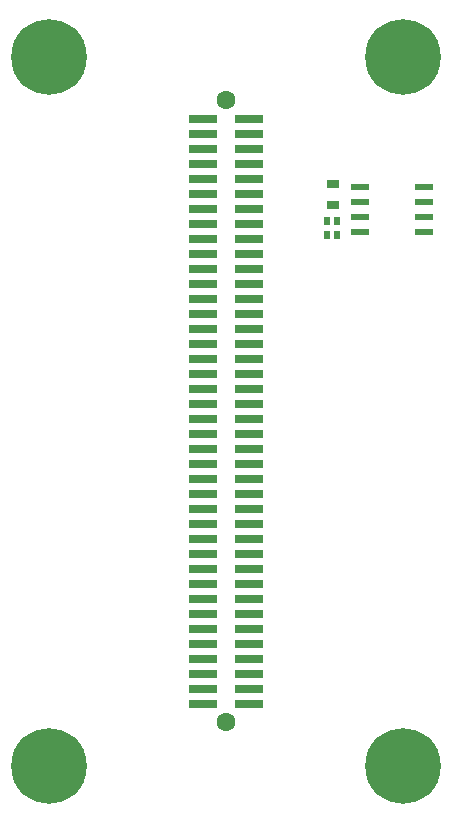
<source format=gbr>
G04 #@! TF.GenerationSoftware,KiCad,Pcbnew,(5.0.0-rc2-dev-107-g49486b83b)*
G04 #@! TF.CreationDate,2018-03-22T00:14:22+08:00*
G04 #@! TF.ProjectId,ebox-i2c-eeprom,65626F782D6932632D656570726F6D2E,rev?*
G04 #@! TF.SameCoordinates,Original*
G04 #@! TF.FileFunction,Soldermask,Bot*
G04 #@! TF.FilePolarity,Negative*
%FSLAX46Y46*%
G04 Gerber Fmt 4.6, Leading zero omitted, Abs format (unit mm)*
G04 Created by KiCad (PCBNEW (5.0.0-rc2-dev-107-g49486b83b)) date 03/22/18 00:14:22*
%MOMM*%
%LPD*%
G01*
G04 APERTURE LIST*
%ADD10C,1.600000*%
%ADD11R,2.400000X0.750000*%
%ADD12R,0.575000X0.650000*%
%ADD13C,0.800000*%
%ADD14C,6.400000*%
%ADD15R,1.000000X0.670000*%
%ADD16R,1.550000X0.600000*%
G04 APERTURE END LIST*
D10*
X22500000Y-63839800D03*
X22500000Y-11122100D03*
D11*
X24450000Y-62265000D03*
X20550000Y-62265000D03*
X24450000Y-60995000D03*
X20550000Y-60995000D03*
X24450000Y-59725000D03*
X20550000Y-59725000D03*
X24450000Y-58455000D03*
X20550000Y-58455000D03*
X24450000Y-57185000D03*
X20550000Y-57185000D03*
X24450000Y-55915000D03*
X20550000Y-55915000D03*
X24450000Y-54645000D03*
X20550000Y-54645000D03*
X24450000Y-53375000D03*
X20550000Y-53375000D03*
X24450000Y-52105000D03*
X20550000Y-52105000D03*
X24450000Y-50835000D03*
X20550000Y-50835000D03*
X24450000Y-49565000D03*
X20550000Y-49565000D03*
X24450000Y-48295000D03*
X20550000Y-48295000D03*
X24450000Y-47025000D03*
X20550000Y-47025000D03*
X24450000Y-45755000D03*
X20550000Y-45755000D03*
X24450000Y-44485000D03*
X20550000Y-44485000D03*
X24450000Y-43215000D03*
X20550000Y-43215000D03*
X24450000Y-41945000D03*
X20550000Y-41945000D03*
X24450000Y-40675000D03*
X20550000Y-40675000D03*
X24450000Y-39405000D03*
X20550000Y-39405000D03*
X24450000Y-38135000D03*
X20550000Y-38135000D03*
X24450000Y-36865000D03*
X20550000Y-36865000D03*
X24450000Y-35595000D03*
X20550000Y-35595000D03*
X24450000Y-34325000D03*
X20550000Y-34325000D03*
X24450000Y-33055000D03*
X20550000Y-33055000D03*
X24450000Y-31785000D03*
X20550000Y-31785000D03*
X24450000Y-30515000D03*
X20550000Y-30515000D03*
X24450000Y-29245000D03*
X20550000Y-29245000D03*
X24450000Y-27975000D03*
X20550000Y-27975000D03*
X24450000Y-26705000D03*
X20550000Y-26705000D03*
X24450000Y-25435000D03*
X20550000Y-25435000D03*
X24450000Y-24165000D03*
X20550000Y-24165000D03*
X24450000Y-22895000D03*
X20550000Y-22895000D03*
X24450000Y-21625000D03*
X20550000Y-21625000D03*
X24450000Y-20355000D03*
X20550000Y-20355000D03*
X24450000Y-19085000D03*
X20550000Y-19085000D03*
X24450000Y-17815000D03*
X20550000Y-17815000D03*
X24450000Y-16545000D03*
X20550000Y-16545000D03*
X24450000Y-15275000D03*
X20550000Y-15275000D03*
X24450000Y-14005000D03*
X20550000Y-14005000D03*
X24450000Y-12735000D03*
X20550000Y-12735000D03*
D10*
X22512700Y-11122100D03*
X22500000Y-63839800D03*
D12*
X31889700Y-22580600D03*
X31114700Y-22580600D03*
X31889700Y-21361400D03*
X31114700Y-21361400D03*
D13*
X9197056Y-5802944D03*
X7500000Y-5100000D03*
X5802944Y-5802944D03*
X5100000Y-7500000D03*
X5802944Y-9197056D03*
X7500000Y-9900000D03*
X9197056Y-9197056D03*
X9900000Y-7500000D03*
D14*
X7500000Y-7500000D03*
D13*
X39197056Y-5802944D03*
X37500000Y-5100000D03*
X35802944Y-5802944D03*
X35100000Y-7500000D03*
X35802944Y-9197056D03*
X37500000Y-9900000D03*
X39197056Y-9197056D03*
X39900000Y-7500000D03*
D14*
X37500000Y-7500000D03*
D13*
X9197056Y-65802944D03*
X7500000Y-65100000D03*
X5802944Y-65802944D03*
X5100000Y-67500000D03*
X5802944Y-69197056D03*
X7500000Y-69900000D03*
X9197056Y-69197056D03*
X9900000Y-67500000D03*
D14*
X7500000Y-67500000D03*
D13*
X39197056Y-65802944D03*
X37500000Y-65100000D03*
X35802944Y-65802944D03*
X35100000Y-67500000D03*
X35802944Y-69197056D03*
X37500000Y-69900000D03*
X39197056Y-69197056D03*
X39900000Y-67500000D03*
D14*
X37500000Y-67500000D03*
D15*
X31572200Y-20026600D03*
X31572200Y-18276600D03*
D16*
X33883600Y-18491200D03*
X33883600Y-19761200D03*
X33883600Y-21031200D03*
X33883600Y-22301200D03*
X39283600Y-22301200D03*
X39283600Y-21031200D03*
X39283600Y-19761200D03*
X39283600Y-18491200D03*
M02*

</source>
